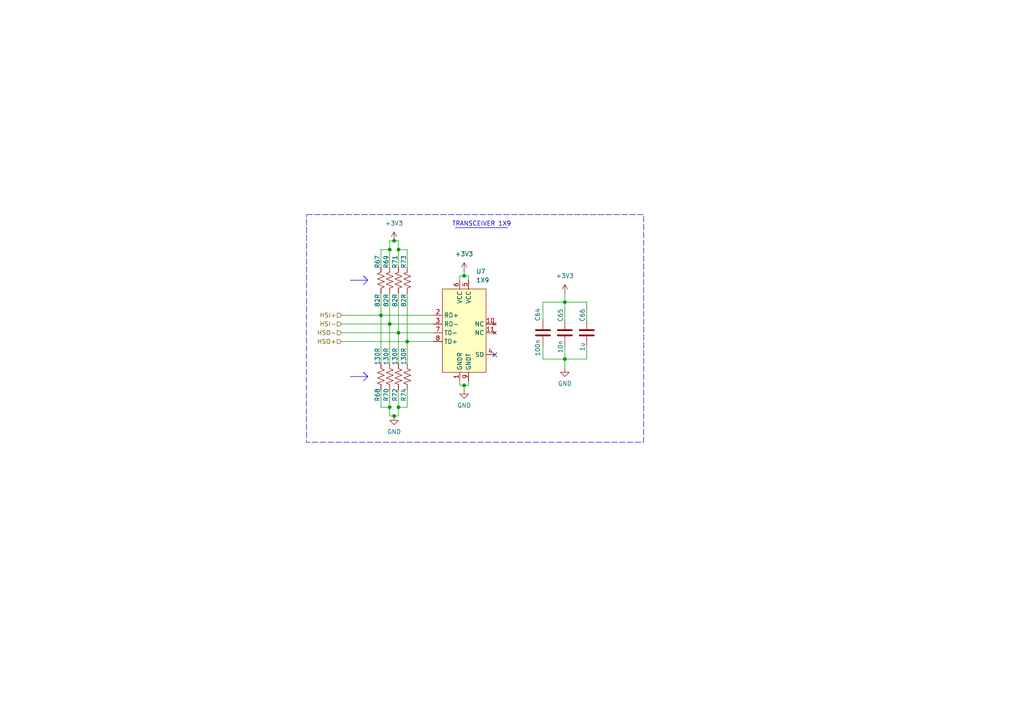
<source format=kicad_sch>
(kicad_sch (version 20231120) (generator "eeschema") (generator_version "8.0")
  (paper "A4")
  (title_block (title "SFP_IC") (date "2025-11-07") (rev "v1.0") (company "UNIFEI-LABTEL") (comment 1 "Autor: Josué Benevides Sanchez"))
  (lib_symbols
    (symbol "1x9:1x9_SC"
      (property "Reference" "U" (at -9.398 14.478 0))
      (property "Value" "1X9" (at -8.636 16.764 0))
      (symbol "1x9_SC_1_1"
        (rectangle (start -6.35 12.7) (end 6.35 -11.43) (fill (type background)))
        (pin output line (at -1.27 -13.97 90) (length 2.54) (name "GNDR") (number "1"))
        (pin no_connect line (at 8.89 2.54 180) (length 2.54) (name "NC") (number "10"))
        (pin no_connect line (at 8.89 0 180) (length 2.54) (name "NC") (number "11"))
        (pin output line (at -8.89 5.08 0) (length 2.54) (name "RD+") (number "2"))
        (pin output line (at -8.89 2.54 0) (length 2.54) (name "RD-") (number "3"))
        (pin output line (at 8.89 -6.35 180) (length 2.54) (name "SD") (number "4"))
        (pin input line (at 1.27 15.24 270) (length 2.54) (name "VCC") (number "5"))
        (pin input line (at -1.27 15.24 270) (length 2.54) (name "VCC") (number "6"))
        (pin input line (at -8.89 0 0) (length 2.54) (name "TD-") (number "7"))
        (pin input line (at -8.89 -2.54 0) (length 2.54) (name "TD+") (number "8"))
        (pin output line (at 1.27 -13.97 90) (length 2.54) (name "GNDT") (number "9"))
      )
    )
    (symbol "Device:C" (pin_numbers hide) (pin_names (offset 0.254))
      (property "Reference" "C" (at 0.635 2.54 0))
      (property "Value" "C" (at 0.635 -2.54 0))
      (symbol "C_0_1"
        (polyline (pts (xy -2.032 -0.762) (xy 2.032 -0.762)) (stroke (width 0.508)))
        (polyline (pts (xy -2.032 0.762) (xy 2.032 0.762)) (stroke (width 0.508)))
      )
      (symbol "C_1_1"
        (pin passive line (at 0 3.81 270) (length 2.794) (name "~") (number "1"))
        (pin passive line (at 0 -3.81 90) (length 2.794) (name "~") (number "2"))
      )
    )
    (symbol "Device:R_US" (pin_numbers hide) (pin_names (offset 0))
      (property "Reference" "R" (at 2.54 0 90))
      (property "Value" "R_US" (at -2.54 0 90))
      (symbol "R_US_0_1"
        (polyline (pts (xy 0 -2.286) (xy 0 -2.54)))
        (polyline (pts (xy 0 2.286) (xy 0 2.54)))
        (polyline (pts (xy 0 -0.762) (xy 1.016 -1.143) (xy 0 -1.524) (xy -1.016 -1.905) (xy 0 -2.286)))
        (polyline (pts (xy 0 0.762) (xy 1.016 0.381) (xy 0 0) (xy -1.016 -0.381) (xy 0 -0.762)))
        (polyline (pts (xy 0 2.286) (xy 1.016 1.905) (xy 0 1.524) (xy -1.016 1.143) (xy 0 0.762)))
      )
      (symbol "R_US_1_1"
        (pin passive line (at 0 3.81 270) (length 1.27) (name "~") (number "1"))
        (pin passive line (at 0 -3.81 90) (length 1.27) (name "~") (number "2"))
      )
    )
    (symbol "power:+3V3" (power) (pin_numbers hide) (pin_names (offset 0) hide)
      (property "Value" "+3V3" (at 0 3.556 0))
      (symbol "+3V3_0_1"
        (polyline (pts (xy -0.762 1.27) (xy 0 2.54)))
        (polyline (pts (xy 0 0) (xy 0 2.54)))
        (polyline (pts (xy 0 2.54) (xy 0.762 1.27)))
      )
      (symbol "+3V3_1_1"
        (pin power_in line (at 0 0 90) (length 0) (name "~") (number "1"))
      )
    )
    (symbol "power:GND" (power) (pin_numbers hide) (pin_names (offset 0) hide)
      (property "Value" "GND" (at 0 -3.81 0))
      (symbol "GND_0_1"
        (polyline (pts (xy 0 0) (xy 0 -1.27) (xy 1.27 -1.27) (xy 0 -2.54) (xy -1.27 -1.27) (xy 0 -1.27)))
      )
      (symbol "GND_1_1"
        (pin power_in line (at 0 0 270) (length 0) (name "~") (number "1"))
      )
    )
  )
  (junction (at 113.03 118.11))
  (junction (at 115.57 96.52))
  (junction (at 134.62 111.76))
  (junction (at 114.3 120.65))
  (junction (at 163.83 87.63))
  (junction (at 113.03 93.98))
  (junction (at 113.03 72.39))
  (junction (at 118.11 99.06))
  (junction (at 115.57 118.11))
  (junction (at 115.57 72.39))
  (junction (at 163.83 104.14))
  (junction (at 134.62 80.01))
  (junction (at 110.49 91.44))
  (junction (at 114.3 69.85))
  (no_connect (at 143.51 102.87))
  (wire (pts (xy 133.35 110.49) (xy 133.35 111.76)))
  (polyline (pts (xy 105.41 107.95) (xy 106.68 109.22)))
  (wire (pts (xy 115.57 69.85) (xy 115.57 72.39)))
  (wire (pts (xy 115.57 113.03) (xy 115.57 118.11)))
  (wire (pts (xy 113.03 72.39) (xy 113.03 77.47)))
  (wire (pts (xy 110.49 85.09) (xy 110.49 91.44)))
  (wire (pts (xy 118.11 118.11) (xy 115.57 118.11)))
  (wire (pts (xy 110.49 91.44) (xy 110.49 105.41)))
  (wire (pts (xy 114.3 120.65) (xy 115.57 120.65)))
  (wire (pts (xy 135.89 80.01) (xy 135.89 81.28)))
  (wire (pts (xy 157.48 87.63) (xy 163.83 87.63)))
  (wire (pts (xy 163.83 87.63) (xy 163.83 92.71)))
  (wire (pts (xy 110.49 72.39) (xy 113.03 72.39)))
  (wire (pts (xy 99.06 91.44) (xy 110.49 91.44)))
  (wire (pts (xy 157.48 100.33) (xy 157.48 104.14)))
  (wire (pts (xy 163.83 100.33) (xy 163.83 104.14)))
  (wire (pts (xy 170.18 100.33) (xy 170.18 104.14)))
  (wire (pts (xy 118.11 72.39) (xy 115.57 72.39)))
  (wire (pts (xy 115.57 96.52) (xy 125.73 96.52)))
  (wire (pts (xy 163.83 104.14) (xy 170.18 104.14)))
  (wire (pts (xy 115.57 96.52) (xy 115.57 105.41)))
  (wire (pts (xy 113.03 93.98) (xy 125.73 93.98)))
  (polyline (pts (xy 106.68 81.28) (xy 105.41 82.55)))
  (wire (pts (xy 113.03 85.09) (xy 113.03 93.98)))
  (wire (pts (xy 115.57 69.85) (xy 114.3 69.85)))
  (polyline (pts (xy 106.68 109.22) (xy 105.41 110.49)))
  (polyline (pts (xy 105.41 80.01) (xy 106.68 81.28)))
  (wire (pts (xy 170.18 92.71) (xy 170.18 87.63)))
  (wire (pts (xy 163.83 104.14) (xy 163.83 106.68)))
  (wire (pts (xy 133.35 81.28) (xy 133.35 80.01)))
  (polyline (pts (xy 106.68 81.28) (xy 101.6 81.28)))
  (polyline (pts (xy 106.68 109.22) (xy 101.6 109.22)))
  (wire (pts (xy 118.11 77.47) (xy 118.11 72.39)))
  (wire (pts (xy 134.62 111.76) (xy 135.89 111.76)))
  (wire (pts (xy 157.48 92.71) (xy 157.48 87.63)))
  (wire (pts (xy 115.57 85.09) (xy 115.57 96.52)))
  (wire (pts (xy 113.03 69.85) (xy 114.3 69.85)))
  (wire (pts (xy 118.11 113.03) (xy 118.11 118.11)))
  (wire (pts (xy 133.35 111.76) (xy 134.62 111.76)))
  (wire (pts (xy 113.03 120.65) (xy 114.3 120.65)))
  (wire (pts (xy 113.03 72.39) (xy 113.03 69.85)))
  (wire (pts (xy 157.48 104.14) (xy 163.83 104.14)))
  (wire (pts (xy 135.89 111.76) (xy 135.89 110.49)))
  (polyline (pts (xy 132.08 66.04) (xy 147.32 66.04)))
  (wire (pts (xy 163.83 85.09) (xy 163.83 87.63)))
  (wire (pts (xy 133.35 80.01) (xy 134.62 80.01)))
  (wire (pts (xy 118.11 85.09) (xy 118.11 99.06)))
  (wire (pts (xy 118.11 99.06) (xy 125.73 99.06)))
  (wire (pts (xy 118.11 99.06) (xy 118.11 105.41)))
  (wire (pts (xy 99.06 96.52) (xy 115.57 96.52)))
  (wire (pts (xy 113.03 93.98) (xy 113.03 105.41)))
  (wire (pts (xy 99.06 93.98) (xy 113.03 93.98)))
  (wire (pts (xy 110.49 118.11) (xy 113.03 118.11)))
  (wire (pts (xy 110.49 91.44) (xy 125.73 91.44)))
  (polyline (pts (xy 105.41 80.01) (xy 106.68 81.28)))
  (polyline (pts (xy 105.41 107.95) (xy 106.68 109.22)))
  (wire (pts (xy 113.03 113.03) (xy 113.03 118.11)))
  (wire (pts (xy 110.49 77.47) (xy 110.49 72.39)))
  (wire (pts (xy 113.03 118.11) (xy 113.03 120.65)))
  (wire (pts (xy 110.49 113.03) (xy 110.49 118.11)))
  (wire (pts (xy 134.62 78.74) (xy 134.62 80.01)))
  (wire (pts (xy 134.62 80.01) (xy 135.89 80.01)))
  (wire (pts (xy 99.06 99.06) (xy 118.11 99.06)))
  (wire (pts (xy 115.57 118.11) (xy 115.57 120.65)))
  (wire (pts (xy 170.18 87.63) (xy 163.83 87.63)))
  (wire (pts (xy 115.57 72.39) (xy 115.57 77.47)))
  (wire (pts (xy 134.62 111.76) (xy 134.62 113.03)))
  (rectangle (start 88.9 62.23) (end 186.69 128.27) (stroke (width 0) (type dash)))
  (text "TRANSCEIVER 1X9" (at 139.7 65.024 0) (effects (font (size 1.27 1.27))))
  (hierarchical_label "HSO-" (shape input) (at 99.06 96.52 180))
  (hierarchical_label "HSI+" (shape input) (at 99.06 91.44 180))
  (hierarchical_label "HSO+" (shape input) (at 99.06 99.06 180))
  (hierarchical_label "HSI-" (shape input) (at 99.06 93.98 180))
  (symbol (lib_id "Device:R_US") (at 118.11 81.28 0) (mirror y) (unit 1) (in_bom no) (on_board no)
    (property "Reference" "R73" (at 117.094 75.946 90))
    (property "Value" "82R" (at 117.094 87.122 90))
    (property "Footprint" "Resistor_SMD:R_0402_1005Metric" (effects (hide yes)))
    (property "Description" "Resistor, US symbol" (effects (hide yes)))
    (property "JLCPCB Part #" "C4143" (effects (hide yes)))
  )
  (symbol (lib_id "power:+3V3") (at 114.3 69.85 0) (unit 1) (in_bom no) (on_board no)
    (property "Reference" "#PWR084" (effects (hide yes)))
    (property "Value" "+3V3" (at 114.3 64.77 0))
    (property "Description" "Power symbol creates a global label with name \"+3V3\"" (effects (hide yes)))
  )
  (symbol (lib_id "power:GND") (at 163.83 106.68 0) (unit 1) (in_bom no) (on_board no)
    (property "Reference" "#PWR089" (effects (hide yes)))
    (property "Value" "GND" (at 163.83 111.252 0))
    (property "Description" "Power symbol creates a global label with name \"GND\" , ground" (effects (hide yes)))
  )
  (symbol (lib_id "Device:R_US") (at 110.49 109.22 180) (unit 1) (in_bom no) (on_board no)
    (property "Reference" "R68" (at 109.474 114.554 90))
    (property "Value" "130R" (at 109.474 103.378 90))
    (property "Footprint" "Resistor_SMD:R_0402_1005Metric" (effects (hide yes)))
    (property "Description" "Resistor, US symbol" (effects (hide yes)))
    (property "JLCPCB Part #" "C166609" (effects (hide yes)))
  )
  (symbol (lib_id "power:GND") (at 114.3 120.65 0) (unit 1) (in_bom no) (on_board no)
    (property "Reference" "#PWR085" (effects (hide yes)))
    (property "Value" "GND" (at 114.3 125.222 0))
    (property "Description" "Power symbol creates a global label with name \"GND\" , ground" (effects (hide yes)))
  )
  (symbol (lib_id "Device:C") (at 163.83 96.52 0) (mirror y) (unit 1) (in_bom no) (on_board no)
    (property "Reference" "C65" (at 162.56 91.44 90))
    (property "Value" "10n" (at 162.56 100.584 90))
    (property "Footprint" "Capacitor_SMD:C_0402_1005Metric" (effects (hide yes)))
    (property "Description" "Unpolarized capacitor" (effects (hide yes)))
    (property "JLCPCB Part #" "C15195" (effects (hide yes)))
  )
  (symbol (lib_id "Device:R_US") (at 115.57 81.28 0) (mirror y) (unit 1) (in_bom no) (on_board no)
    (property "Reference" "R71" (at 114.554 75.946 90))
    (property "Value" "82R" (at 114.554 87.122 90))
    (property "Footprint" "Resistor_SMD:R_0402_1005Metric" (effects (hide yes)))
    (property "Description" "Resistor, US symbol" (effects (hide yes)))
    (property "JLCPCB Part #" "C4143" (effects (hide yes)))
  )
  (symbol (lib_id "power:+3V3") (at 163.83 85.09 0) (unit 1) (in_bom no) (on_board no)
    (property "Reference" "#PWR088" (effects (hide yes)))
    (property "Value" "+3V3" (at 163.83 80.01 0))
    (property "Description" "Power symbol creates a global label with name \"+3V3\"" (effects (hide yes)))
  )
  (symbol (lib_id "1x9:1x9_SC") (at 134.62 96.52 0) (unit 1) (in_bom no) (on_board no)
    (property "Reference" "U7" (at 138.0841 78.74 0) (effects (justify left)))
    (property "Value" "1X9" (at 138.0841 81.28 0) (effects (justify left)))
    (property "Footprint" "1x9:1x9" (effects (hide yes)))
  )
  (symbol (lib_id "Device:R_US") (at 118.11 109.22 180) (unit 1) (in_bom no) (on_board no)
    (property "Reference" "R74" (at 117.094 114.554 90))
    (property "Value" "130R" (at 117.094 103.378 90))
    (property "Footprint" "Resistor_SMD:R_0402_1005Metric" (effects (hide yes)))
    (property "Description" "Resistor, US symbol" (effects (hide yes)))
    (property "JLCPCB Part #" "C166609" (effects (hide yes)))
  )
  (symbol (lib_id "Device:R_US") (at 110.49 81.28 0) (mirror y) (unit 1) (in_bom no) (on_board no)
    (property "Reference" "R67" (at 109.474 75.946 90))
    (property "Value" "82R" (at 109.474 87.122 90))
    (property "Footprint" "Resistor_SMD:R_0402_1005Metric" (effects (hide yes)))
    (property "Description" "Resistor, US symbol" (effects (hide yes)))
    (property "JLCPCB Part #" "C4143" (effects (hide yes)))
  )
  (symbol (lib_id "power:GND") (at 134.62 113.03 0) (unit 1) (in_bom no) (on_board no)
    (property "Reference" "#PWR087" (effects (hide yes)))
    (property "Value" "GND" (at 134.62 117.602 0))
    (property "Description" "Power symbol creates a global label with name \"GND\" , ground" (effects (hide yes)))
  )
  (symbol (lib_id "Device:R_US") (at 113.03 109.22 180) (unit 1) (in_bom no) (on_board no)
    (property "Reference" "R70" (at 112.014 114.554 90))
    (property "Value" "130R" (at 112.014 103.378 90))
    (property "Footprint" "Resistor_SMD:R_0402_1005Metric" (effects (hide yes)))
    (property "Description" "Resistor, US symbol" (effects (hide yes)))
    (property "JLCPCB Part #" "C166609" (effects (hide yes)))
  )
  (symbol (lib_id "Device:R_US") (at 115.57 109.22 180) (unit 1) (in_bom no) (on_board no)
    (property "Reference" "R72" (at 114.554 114.554 90))
    (property "Value" "130R" (at 114.554 103.378 90))
    (property "Footprint" "Resistor_SMD:R_0402_1005Metric" (effects (hide yes)))
    (property "Description" "Resistor, US symbol" (effects (hide yes)))
    (property "JLCPCB Part #" "C166609" (effects (hide yes)))
  )
  (symbol (lib_id "power:+3V3") (at 134.62 78.74 0) (unit 1) (in_bom no) (on_board no)
    (property "Reference" "#PWR086" (effects (hide yes)))
    (property "Value" "+3V3" (at 134.62 73.66 0))
    (property "Description" "Power symbol creates a global label with name \"+3V3\"" (effects (hide yes)))
  )
  (symbol (lib_id "Device:C") (at 157.48 96.52 0) (unit 1) (in_bom no) (on_board no)
    (property "Reference" "C64" (at 155.956 93.218 90) (effects (justify left)))
    (property "Value" "100n" (at 155.956 103.378 90) (effects (justify left)))
    (property "Footprint" "Capacitor_SMD:C_0402_1005Metric" (effects (hide yes)))
    (property "Description" "Unpolarized capacitor" (effects (hide yes)))
    (property "JLCPCB Part #" "C1525" (effects (hide yes)))
  )
  (symbol (lib_id "Device:R_US") (at 113.03 81.28 0) (mirror y) (unit 1) (in_bom no) (on_board no)
    (property "Reference" "R69" (at 112.014 75.946 90))
    (property "Value" "82R" (at 112.014 87.122 90))
    (property "Footprint" "Resistor_SMD:R_0402_1005Metric" (effects (hide yes)))
    (property "Description" "Resistor, US symbol" (effects (hide yes)))
    (property "JLCPCB Part #" "C4143" (effects (hide yes)))
  )
  (symbol (lib_id "Device:C") (at 170.18 96.52 0) (mirror y) (unit 1) (in_bom no) (on_board no)
    (property "Reference" "C66" (at 168.91 91.44 90))
    (property "Value" "1u" (at 168.91 100.584 90))
    (property "Footprint" "Capacitor_SMD:C_0603_1608Metric" (effects (hide yes)))
    (property "Description" "Unpolarized capacitor" (effects (hide yes)))
    (property "JLCPCB Part #" "C15849" (effects (hide yes)))
  )
)
</source>
